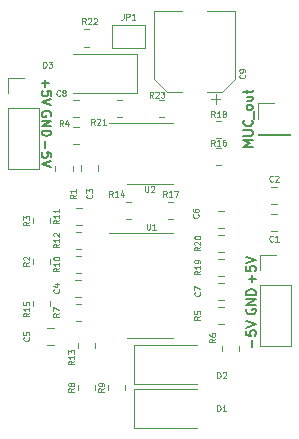
<source format=gbr>
%TF.GenerationSoftware,KiCad,Pcbnew,(6.0.1)*%
%TF.CreationDate,2022-02-11T13:32:31+08:00*%
%TF.ProjectId,OpenEMG_SMD_ver2.1,4f70656e-454d-4475-9f53-4d445f766572,rev?*%
%TF.SameCoordinates,PX6d01460PY54c81a0*%
%TF.FileFunction,Legend,Top*%
%TF.FilePolarity,Positive*%
%FSLAX46Y46*%
G04 Gerber Fmt 4.6, Leading zero omitted, Abs format (unit mm)*
G04 Created by KiCad (PCBNEW (6.0.1)) date 2022-02-11 13:32:31*
%MOMM*%
%LPD*%
G01*
G04 APERTURE LIST*
%ADD10C,0.150000*%
%ADD11C,0.200000*%
%ADD12C,0.125000*%
%ADD13C,0.120000*%
G04 APERTURE END LIST*
D10*
X21393142Y13703429D02*
X21393142Y14312953D01*
X21697904Y14008191D02*
X21088380Y14008191D01*
X20897904Y15074858D02*
X20897904Y14693905D01*
X21278857Y14655810D01*
X21240761Y14693905D01*
X21202666Y14770096D01*
X21202666Y14960572D01*
X21240761Y15036762D01*
X21278857Y15074858D01*
X21355047Y15112953D01*
X21545523Y15112953D01*
X21621714Y15074858D01*
X21659809Y15036762D01*
X21697904Y14960572D01*
X21697904Y14770096D01*
X21659809Y14693905D01*
X21621714Y14655810D01*
X20897904Y15341524D02*
X21697904Y15608191D01*
X20897904Y15874858D01*
D11*
X21443904Y25216143D02*
X20643904Y25216143D01*
X21215333Y25482810D01*
X20643904Y25749477D01*
X21443904Y25749477D01*
X20643904Y26130429D02*
X21291523Y26130429D01*
X21367714Y26168524D01*
X21405809Y26206620D01*
X21443904Y26282810D01*
X21443904Y26435191D01*
X21405809Y26511381D01*
X21367714Y26549477D01*
X21291523Y26587572D01*
X20643904Y26587572D01*
X21367714Y27425667D02*
X21405809Y27387572D01*
X21443904Y27273286D01*
X21443904Y27197096D01*
X21405809Y27082810D01*
X21329619Y27006620D01*
X21253428Y26968524D01*
X21101047Y26930429D01*
X20986761Y26930429D01*
X20834380Y26968524D01*
X20758190Y27006620D01*
X20682000Y27082810D01*
X20643904Y27197096D01*
X20643904Y27273286D01*
X20682000Y27387572D01*
X20720095Y27425667D01*
X21520095Y27578048D02*
X21520095Y28187572D01*
X21443904Y28492334D02*
X21405809Y28416143D01*
X21367714Y28378048D01*
X21291523Y28339953D01*
X21062952Y28339953D01*
X20986761Y28378048D01*
X20948666Y28416143D01*
X20910571Y28492334D01*
X20910571Y28606620D01*
X20948666Y28682810D01*
X20986761Y28720905D01*
X21062952Y28759000D01*
X21291523Y28759000D01*
X21367714Y28720905D01*
X21405809Y28682810D01*
X21443904Y28606620D01*
X21443904Y28492334D01*
X20910571Y29444715D02*
X21443904Y29444715D01*
X20910571Y29101858D02*
X21329619Y29101858D01*
X21405809Y29139953D01*
X21443904Y29216143D01*
X21443904Y29330429D01*
X21405809Y29406620D01*
X21367714Y29444715D01*
X20910571Y29711381D02*
X20910571Y30016143D01*
X20643904Y29825667D02*
X21329619Y29825667D01*
X21405809Y29863762D01*
X21443904Y29939953D01*
X21443904Y30016143D01*
D10*
X20936000Y11455477D02*
X20897904Y11379286D01*
X20897904Y11265000D01*
X20936000Y11150715D01*
X21012190Y11074524D01*
X21088380Y11036429D01*
X21240761Y10998334D01*
X21355047Y10998334D01*
X21507428Y11036429D01*
X21583619Y11074524D01*
X21659809Y11150715D01*
X21697904Y11265000D01*
X21697904Y11341191D01*
X21659809Y11455477D01*
X21621714Y11493572D01*
X21355047Y11493572D01*
X21355047Y11341191D01*
X21697904Y11836429D02*
X20897904Y11836429D01*
X21697904Y12293572D01*
X20897904Y12293572D01*
X21697904Y12674524D02*
X20897904Y12674524D01*
X20897904Y12865000D01*
X20936000Y12979286D01*
X21012190Y13055477D01*
X21088380Y13093572D01*
X21240761Y13131667D01*
X21355047Y13131667D01*
X21507428Y13093572D01*
X21583619Y13055477D01*
X21659809Y12979286D01*
X21697904Y12865000D01*
X21697904Y12674524D01*
X21393142Y8242429D02*
X21393142Y8851953D01*
X20897904Y9613858D02*
X20897904Y9232905D01*
X21278857Y9194810D01*
X21240761Y9232905D01*
X21202666Y9309096D01*
X21202666Y9499572D01*
X21240761Y9575762D01*
X21278857Y9613858D01*
X21355047Y9651953D01*
X21545523Y9651953D01*
X21621714Y9613858D01*
X21659809Y9575762D01*
X21697904Y9499572D01*
X21697904Y9309096D01*
X21659809Y9232905D01*
X21621714Y9194810D01*
X20897904Y9880524D02*
X21697904Y10147191D01*
X20897904Y10413858D01*
X3879857Y30873572D02*
X3879857Y30264048D01*
X3575095Y30568810D02*
X4184619Y30568810D01*
X4375095Y29502143D02*
X4375095Y29883096D01*
X3994142Y29921191D01*
X4032238Y29883096D01*
X4070333Y29806905D01*
X4070333Y29616429D01*
X4032238Y29540239D01*
X3994142Y29502143D01*
X3917952Y29464048D01*
X3727476Y29464048D01*
X3651285Y29502143D01*
X3613190Y29540239D01*
X3575095Y29616429D01*
X3575095Y29806905D01*
X3613190Y29883096D01*
X3651285Y29921191D01*
X4375095Y29235477D02*
X3575095Y28968810D01*
X4375095Y28702143D01*
X3879857Y25666572D02*
X3879857Y25057048D01*
X4375095Y24295143D02*
X4375095Y24676096D01*
X3994142Y24714191D01*
X4032238Y24676096D01*
X4070333Y24599905D01*
X4070333Y24409429D01*
X4032238Y24333239D01*
X3994142Y24295143D01*
X3917952Y24257048D01*
X3727476Y24257048D01*
X3651285Y24295143D01*
X3613190Y24333239D01*
X3575095Y24409429D01*
X3575095Y24599905D01*
X3613190Y24676096D01*
X3651285Y24714191D01*
X4375095Y24028477D02*
X3575095Y23761810D01*
X4375095Y23495143D01*
X4337000Y27787524D02*
X4375095Y27863715D01*
X4375095Y27978000D01*
X4337000Y28092286D01*
X4260809Y28168477D01*
X4184619Y28206572D01*
X4032238Y28244667D01*
X3917952Y28244667D01*
X3765571Y28206572D01*
X3689380Y28168477D01*
X3613190Y28092286D01*
X3575095Y27978000D01*
X3575095Y27901810D01*
X3613190Y27787524D01*
X3651285Y27749429D01*
X3917952Y27749429D01*
X3917952Y27901810D01*
X3575095Y27406572D02*
X4375095Y27406572D01*
X3575095Y26949429D01*
X4375095Y26949429D01*
X3575095Y26568477D02*
X4375095Y26568477D01*
X4375095Y26378000D01*
X4337000Y26263715D01*
X4260809Y26187524D01*
X4184619Y26149429D01*
X4032238Y26111334D01*
X3917952Y26111334D01*
X3765571Y26149429D01*
X3689380Y26187524D01*
X3613190Y26263715D01*
X3575095Y26378000D01*
X3575095Y26568477D01*
D12*
%TO.C,C9*%
X20752571Y31285667D02*
X20776380Y31261858D01*
X20800190Y31190429D01*
X20800190Y31142810D01*
X20776380Y31071381D01*
X20728761Y31023762D01*
X20681142Y30999953D01*
X20585904Y30976143D01*
X20514476Y30976143D01*
X20419238Y30999953D01*
X20371619Y31023762D01*
X20324000Y31071381D01*
X20300190Y31142810D01*
X20300190Y31190429D01*
X20324000Y31261858D01*
X20347809Y31285667D01*
X20800190Y31523762D02*
X20800190Y31619000D01*
X20776380Y31666620D01*
X20752571Y31690429D01*
X20681142Y31738048D01*
X20585904Y31761858D01*
X20395428Y31761858D01*
X20347809Y31738048D01*
X20324000Y31714239D01*
X20300190Y31666620D01*
X20300190Y31571381D01*
X20324000Y31523762D01*
X20347809Y31499953D01*
X20395428Y31476143D01*
X20514476Y31476143D01*
X20562095Y31499953D01*
X20585904Y31523762D01*
X20609714Y31571381D01*
X20609714Y31666620D01*
X20585904Y31714239D01*
X20562095Y31738048D01*
X20514476Y31761858D01*
%TO.C,R4*%
X5377666Y26951810D02*
X5211000Y27189905D01*
X5091952Y26951810D02*
X5091952Y27451810D01*
X5282428Y27451810D01*
X5330047Y27428000D01*
X5353857Y27404191D01*
X5377666Y27356572D01*
X5377666Y27285143D01*
X5353857Y27237524D01*
X5330047Y27213715D01*
X5282428Y27189905D01*
X5091952Y27189905D01*
X5806238Y27285143D02*
X5806238Y26951810D01*
X5687190Y27475620D02*
X5568142Y27118477D01*
X5877666Y27118477D01*
%TO.C,C1*%
X23157666Y17220429D02*
X23133857Y17196620D01*
X23062428Y17172810D01*
X23014809Y17172810D01*
X22943380Y17196620D01*
X22895761Y17244239D01*
X22871952Y17291858D01*
X22848142Y17387096D01*
X22848142Y17458524D01*
X22871952Y17553762D01*
X22895761Y17601381D01*
X22943380Y17649000D01*
X23014809Y17672810D01*
X23062428Y17672810D01*
X23133857Y17649000D01*
X23157666Y17625191D01*
X23633857Y17172810D02*
X23348142Y17172810D01*
X23491000Y17172810D02*
X23491000Y17672810D01*
X23443380Y17601381D01*
X23395761Y17553762D01*
X23348142Y17529953D01*
%TO.C,R2*%
X2512190Y15410667D02*
X2274095Y15244000D01*
X2512190Y15124953D02*
X2012190Y15124953D01*
X2012190Y15315429D01*
X2036000Y15363048D01*
X2059809Y15386858D01*
X2107428Y15410667D01*
X2178857Y15410667D01*
X2226476Y15386858D01*
X2250285Y15363048D01*
X2274095Y15315429D01*
X2274095Y15124953D01*
X2059809Y15601143D02*
X2036000Y15624953D01*
X2012190Y15672572D01*
X2012190Y15791620D01*
X2036000Y15839239D01*
X2059809Y15863048D01*
X2107428Y15886858D01*
X2155047Y15886858D01*
X2226476Y15863048D01*
X2512190Y15577334D01*
X2512190Y15886858D01*
%TO.C,D3*%
X3694952Y31904810D02*
X3694952Y32404810D01*
X3814000Y32404810D01*
X3885428Y32381000D01*
X3933047Y32333381D01*
X3956857Y32285762D01*
X3980666Y32190524D01*
X3980666Y32119096D01*
X3956857Y32023858D01*
X3933047Y31976239D01*
X3885428Y31928620D01*
X3814000Y31904810D01*
X3694952Y31904810D01*
X4147333Y32404810D02*
X4456857Y32404810D01*
X4290190Y32214334D01*
X4361619Y32214334D01*
X4409238Y32190524D01*
X4433047Y32166715D01*
X4456857Y32119096D01*
X4456857Y32000048D01*
X4433047Y31952429D01*
X4409238Y31928620D01*
X4361619Y31904810D01*
X4218761Y31904810D01*
X4171142Y31928620D01*
X4147333Y31952429D01*
%TO.C,R12*%
X5052190Y16950572D02*
X4814095Y16783905D01*
X5052190Y16664858D02*
X4552190Y16664858D01*
X4552190Y16855334D01*
X4576000Y16902953D01*
X4599809Y16926762D01*
X4647428Y16950572D01*
X4718857Y16950572D01*
X4766476Y16926762D01*
X4790285Y16902953D01*
X4814095Y16855334D01*
X4814095Y16664858D01*
X5052190Y17426762D02*
X5052190Y17141048D01*
X5052190Y17283905D02*
X4552190Y17283905D01*
X4623619Y17236286D01*
X4671238Y17188667D01*
X4695047Y17141048D01*
X4599809Y17617239D02*
X4576000Y17641048D01*
X4552190Y17688667D01*
X4552190Y17807715D01*
X4576000Y17855334D01*
X4599809Y17879143D01*
X4647428Y17902953D01*
X4695047Y17902953D01*
X4766476Y17879143D01*
X5052190Y17593429D01*
X5052190Y17902953D01*
%TO.C,U1*%
X12446047Y18688810D02*
X12446047Y18284048D01*
X12469857Y18236429D01*
X12493666Y18212620D01*
X12541285Y18188810D01*
X12636523Y18188810D01*
X12684142Y18212620D01*
X12707952Y18236429D01*
X12731761Y18284048D01*
X12731761Y18688810D01*
X13231761Y18188810D02*
X12946047Y18188810D01*
X13088904Y18188810D02*
X13088904Y18688810D01*
X13041285Y18617381D01*
X12993666Y18569762D01*
X12946047Y18545953D01*
%TO.C,R23*%
X13013571Y29364810D02*
X12846904Y29602905D01*
X12727857Y29364810D02*
X12727857Y29864810D01*
X12918333Y29864810D01*
X12965952Y29841000D01*
X12989761Y29817191D01*
X13013571Y29769572D01*
X13013571Y29698143D01*
X12989761Y29650524D01*
X12965952Y29626715D01*
X12918333Y29602905D01*
X12727857Y29602905D01*
X13204047Y29817191D02*
X13227857Y29841000D01*
X13275476Y29864810D01*
X13394523Y29864810D01*
X13442142Y29841000D01*
X13465952Y29817191D01*
X13489761Y29769572D01*
X13489761Y29721953D01*
X13465952Y29650524D01*
X13180238Y29364810D01*
X13489761Y29364810D01*
X13656428Y29864810D02*
X13965952Y29864810D01*
X13799285Y29674334D01*
X13870714Y29674334D01*
X13918333Y29650524D01*
X13942142Y29626715D01*
X13965952Y29579096D01*
X13965952Y29460048D01*
X13942142Y29412429D01*
X13918333Y29388620D01*
X13870714Y29364810D01*
X13727857Y29364810D01*
X13680238Y29388620D01*
X13656428Y29412429D01*
%TO.C,R22*%
X7298571Y35587810D02*
X7131904Y35825905D01*
X7012857Y35587810D02*
X7012857Y36087810D01*
X7203333Y36087810D01*
X7250952Y36064000D01*
X7274761Y36040191D01*
X7298571Y35992572D01*
X7298571Y35921143D01*
X7274761Y35873524D01*
X7250952Y35849715D01*
X7203333Y35825905D01*
X7012857Y35825905D01*
X7489047Y36040191D02*
X7512857Y36064000D01*
X7560476Y36087810D01*
X7679523Y36087810D01*
X7727142Y36064000D01*
X7750952Y36040191D01*
X7774761Y35992572D01*
X7774761Y35944953D01*
X7750952Y35873524D01*
X7465238Y35587810D01*
X7774761Y35587810D01*
X7965238Y36040191D02*
X7989047Y36064000D01*
X8036666Y36087810D01*
X8155714Y36087810D01*
X8203333Y36064000D01*
X8227142Y36040191D01*
X8250952Y35992572D01*
X8250952Y35944953D01*
X8227142Y35873524D01*
X7941428Y35587810D01*
X8250952Y35587810D01*
%TO.C,R10*%
X5052190Y14918572D02*
X4814095Y14751905D01*
X5052190Y14632858D02*
X4552190Y14632858D01*
X4552190Y14823334D01*
X4576000Y14870953D01*
X4599809Y14894762D01*
X4647428Y14918572D01*
X4718857Y14918572D01*
X4766476Y14894762D01*
X4790285Y14870953D01*
X4814095Y14823334D01*
X4814095Y14632858D01*
X5052190Y15394762D02*
X5052190Y15109048D01*
X5052190Y15251905D02*
X4552190Y15251905D01*
X4623619Y15204286D01*
X4671238Y15156667D01*
X4695047Y15109048D01*
X4552190Y15704286D02*
X4552190Y15751905D01*
X4576000Y15799524D01*
X4599809Y15823334D01*
X4647428Y15847143D01*
X4742666Y15870953D01*
X4861714Y15870953D01*
X4956952Y15847143D01*
X5004571Y15823334D01*
X5028380Y15799524D01*
X5052190Y15751905D01*
X5052190Y15704286D01*
X5028380Y15656667D01*
X5004571Y15632858D01*
X4956952Y15609048D01*
X4861714Y15585239D01*
X4742666Y15585239D01*
X4647428Y15609048D01*
X4599809Y15632858D01*
X4576000Y15656667D01*
X4552190Y15704286D01*
%TO.C,R7*%
X5052190Y11092667D02*
X4814095Y10926000D01*
X5052190Y10806953D02*
X4552190Y10806953D01*
X4552190Y10997429D01*
X4576000Y11045048D01*
X4599809Y11068858D01*
X4647428Y11092667D01*
X4718857Y11092667D01*
X4766476Y11068858D01*
X4790285Y11045048D01*
X4814095Y10997429D01*
X4814095Y10806953D01*
X4552190Y11259334D02*
X4552190Y11592667D01*
X5052190Y11378381D01*
%TO.C,C8*%
X5123666Y29539429D02*
X5099857Y29515620D01*
X5028428Y29491810D01*
X4980809Y29491810D01*
X4909380Y29515620D01*
X4861761Y29563239D01*
X4837952Y29610858D01*
X4814142Y29706096D01*
X4814142Y29777524D01*
X4837952Y29872762D01*
X4861761Y29920381D01*
X4909380Y29968000D01*
X4980809Y29991810D01*
X5028428Y29991810D01*
X5099857Y29968000D01*
X5123666Y29944191D01*
X5409380Y29777524D02*
X5361761Y29801334D01*
X5337952Y29825143D01*
X5314142Y29872762D01*
X5314142Y29896572D01*
X5337952Y29944191D01*
X5361761Y29968000D01*
X5409380Y29991810D01*
X5504619Y29991810D01*
X5552238Y29968000D01*
X5576047Y29944191D01*
X5599857Y29896572D01*
X5599857Y29872762D01*
X5576047Y29825143D01*
X5552238Y29801334D01*
X5504619Y29777524D01*
X5409380Y29777524D01*
X5361761Y29753715D01*
X5337952Y29729905D01*
X5314142Y29682286D01*
X5314142Y29587048D01*
X5337952Y29539429D01*
X5361761Y29515620D01*
X5409380Y29491810D01*
X5504619Y29491810D01*
X5552238Y29515620D01*
X5576047Y29539429D01*
X5599857Y29587048D01*
X5599857Y29682286D01*
X5576047Y29729905D01*
X5552238Y29753715D01*
X5504619Y29777524D01*
%TO.C,R15*%
X2512190Y11108572D02*
X2274095Y10941905D01*
X2512190Y10822858D02*
X2012190Y10822858D01*
X2012190Y11013334D01*
X2036000Y11060953D01*
X2059809Y11084762D01*
X2107428Y11108572D01*
X2178857Y11108572D01*
X2226476Y11084762D01*
X2250285Y11060953D01*
X2274095Y11013334D01*
X2274095Y10822858D01*
X2512190Y11584762D02*
X2512190Y11299048D01*
X2512190Y11441905D02*
X2012190Y11441905D01*
X2083619Y11394286D01*
X2131238Y11346667D01*
X2155047Y11299048D01*
X2012190Y12037143D02*
X2012190Y11799048D01*
X2250285Y11775239D01*
X2226476Y11799048D01*
X2202666Y11846667D01*
X2202666Y11965715D01*
X2226476Y12013334D01*
X2250285Y12037143D01*
X2297904Y12060953D01*
X2416952Y12060953D01*
X2464571Y12037143D01*
X2488380Y12013334D01*
X2512190Y11965715D01*
X2512190Y11846667D01*
X2488380Y11799048D01*
X2464571Y11775239D01*
%TO.C,C6*%
X16815571Y19474667D02*
X16839380Y19450858D01*
X16863190Y19379429D01*
X16863190Y19331810D01*
X16839380Y19260381D01*
X16791761Y19212762D01*
X16744142Y19188953D01*
X16648904Y19165143D01*
X16577476Y19165143D01*
X16482238Y19188953D01*
X16434619Y19212762D01*
X16387000Y19260381D01*
X16363190Y19331810D01*
X16363190Y19379429D01*
X16387000Y19450858D01*
X16410809Y19474667D01*
X16363190Y19903239D02*
X16363190Y19808000D01*
X16387000Y19760381D01*
X16410809Y19736572D01*
X16482238Y19688953D01*
X16577476Y19665143D01*
X16767952Y19665143D01*
X16815571Y19688953D01*
X16839380Y19712762D01*
X16863190Y19760381D01*
X16863190Y19855620D01*
X16839380Y19903239D01*
X16815571Y19927048D01*
X16767952Y19950858D01*
X16648904Y19950858D01*
X16601285Y19927048D01*
X16577476Y19903239D01*
X16553666Y19855620D01*
X16553666Y19760381D01*
X16577476Y19712762D01*
X16601285Y19688953D01*
X16648904Y19665143D01*
%TO.C,R11*%
X5052190Y18982572D02*
X4814095Y18815905D01*
X5052190Y18696858D02*
X4552190Y18696858D01*
X4552190Y18887334D01*
X4576000Y18934953D01*
X4599809Y18958762D01*
X4647428Y18982572D01*
X4718857Y18982572D01*
X4766476Y18958762D01*
X4790285Y18934953D01*
X4814095Y18887334D01*
X4814095Y18696858D01*
X5052190Y19458762D02*
X5052190Y19173048D01*
X5052190Y19315905D02*
X4552190Y19315905D01*
X4623619Y19268286D01*
X4671238Y19220667D01*
X4695047Y19173048D01*
X5052190Y19934953D02*
X5052190Y19649239D01*
X5052190Y19792096D02*
X4552190Y19792096D01*
X4623619Y19744477D01*
X4671238Y19696858D01*
X4695047Y19649239D01*
%TO.C,U2*%
X12319047Y21863810D02*
X12319047Y21459048D01*
X12342857Y21411429D01*
X12366666Y21387620D01*
X12414285Y21363810D01*
X12509523Y21363810D01*
X12557142Y21387620D01*
X12580952Y21411429D01*
X12604761Y21459048D01*
X12604761Y21863810D01*
X12819047Y21816191D02*
X12842857Y21840000D01*
X12890476Y21863810D01*
X13009523Y21863810D01*
X13057142Y21840000D01*
X13080952Y21816191D01*
X13104761Y21768572D01*
X13104761Y21720953D01*
X13080952Y21649524D01*
X12795238Y21363810D01*
X13104761Y21363810D01*
%TO.C,R1*%
X6449190Y21125667D02*
X6211095Y20959000D01*
X6449190Y20839953D02*
X5949190Y20839953D01*
X5949190Y21030429D01*
X5973000Y21078048D01*
X5996809Y21101858D01*
X6044428Y21125667D01*
X6115857Y21125667D01*
X6163476Y21101858D01*
X6187285Y21078048D01*
X6211095Y21030429D01*
X6211095Y20839953D01*
X6449190Y21601858D02*
X6449190Y21316143D01*
X6449190Y21459000D02*
X5949190Y21459000D01*
X6020619Y21411381D01*
X6068238Y21363762D01*
X6092047Y21316143D01*
%TO.C,R17*%
X14156571Y20982810D02*
X13989904Y21220905D01*
X13870857Y20982810D02*
X13870857Y21482810D01*
X14061333Y21482810D01*
X14108952Y21459000D01*
X14132761Y21435191D01*
X14156571Y21387572D01*
X14156571Y21316143D01*
X14132761Y21268524D01*
X14108952Y21244715D01*
X14061333Y21220905D01*
X13870857Y21220905D01*
X14632761Y20982810D02*
X14347047Y20982810D01*
X14489904Y20982810D02*
X14489904Y21482810D01*
X14442285Y21411381D01*
X14394666Y21363762D01*
X14347047Y21339953D01*
X14799428Y21482810D02*
X15132761Y21482810D01*
X14918476Y20982810D01*
%TO.C,D2*%
X18426952Y5615810D02*
X18426952Y6115810D01*
X18546000Y6115810D01*
X18617428Y6092000D01*
X18665047Y6044381D01*
X18688857Y5996762D01*
X18712666Y5901524D01*
X18712666Y5830096D01*
X18688857Y5734858D01*
X18665047Y5687239D01*
X18617428Y5639620D01*
X18546000Y5615810D01*
X18426952Y5615810D01*
X18903142Y6068191D02*
X18926952Y6092000D01*
X18974571Y6115810D01*
X19093619Y6115810D01*
X19141238Y6092000D01*
X19165047Y6068191D01*
X19188857Y6020572D01*
X19188857Y5972953D01*
X19165047Y5901524D01*
X18879333Y5615810D01*
X19188857Y5615810D01*
%TO.C,R6*%
X18260190Y8933667D02*
X18022095Y8767000D01*
X18260190Y8647953D02*
X17760190Y8647953D01*
X17760190Y8838429D01*
X17784000Y8886048D01*
X17807809Y8909858D01*
X17855428Y8933667D01*
X17926857Y8933667D01*
X17974476Y8909858D01*
X17998285Y8886048D01*
X18022095Y8838429D01*
X18022095Y8647953D01*
X17760190Y9362239D02*
X17760190Y9267000D01*
X17784000Y9219381D01*
X17807809Y9195572D01*
X17879238Y9147953D01*
X17974476Y9124143D01*
X18164952Y9124143D01*
X18212571Y9147953D01*
X18236380Y9171762D01*
X18260190Y9219381D01*
X18260190Y9314620D01*
X18236380Y9362239D01*
X18212571Y9386048D01*
X18164952Y9409858D01*
X18045904Y9409858D01*
X17998285Y9386048D01*
X17974476Y9362239D01*
X17950666Y9314620D01*
X17950666Y9219381D01*
X17974476Y9171762D01*
X17998285Y9147953D01*
X18045904Y9124143D01*
%TO.C,C2*%
X23157666Y22300429D02*
X23133857Y22276620D01*
X23062428Y22252810D01*
X23014809Y22252810D01*
X22943380Y22276620D01*
X22895761Y22324239D01*
X22871952Y22371858D01*
X22848142Y22467096D01*
X22848142Y22538524D01*
X22871952Y22633762D01*
X22895761Y22681381D01*
X22943380Y22729000D01*
X23014809Y22752810D01*
X23062428Y22752810D01*
X23133857Y22729000D01*
X23157666Y22705191D01*
X23348142Y22705191D02*
X23371952Y22729000D01*
X23419571Y22752810D01*
X23538619Y22752810D01*
X23586238Y22729000D01*
X23610047Y22705191D01*
X23633857Y22657572D01*
X23633857Y22609953D01*
X23610047Y22538524D01*
X23324333Y22252810D01*
X23633857Y22252810D01*
%TO.C,JP1*%
X10505333Y36468810D02*
X10505333Y36111667D01*
X10481523Y36040239D01*
X10433904Y35992620D01*
X10362476Y35968810D01*
X10314857Y35968810D01*
X10743428Y35968810D02*
X10743428Y36468810D01*
X10933904Y36468810D01*
X10981523Y36445000D01*
X11005333Y36421191D01*
X11029142Y36373572D01*
X11029142Y36302143D01*
X11005333Y36254524D01*
X10981523Y36230715D01*
X10933904Y36206905D01*
X10743428Y36206905D01*
X11505333Y35968810D02*
X11219619Y35968810D01*
X11362476Y35968810D02*
X11362476Y36468810D01*
X11314857Y36397381D01*
X11267238Y36349762D01*
X11219619Y36325953D01*
%TO.C,C7*%
X16942571Y12870667D02*
X16966380Y12846858D01*
X16990190Y12775429D01*
X16990190Y12727810D01*
X16966380Y12656381D01*
X16918761Y12608762D01*
X16871142Y12584953D01*
X16775904Y12561143D01*
X16704476Y12561143D01*
X16609238Y12584953D01*
X16561619Y12608762D01*
X16514000Y12656381D01*
X16490190Y12727810D01*
X16490190Y12775429D01*
X16514000Y12846858D01*
X16537809Y12870667D01*
X16490190Y13037334D02*
X16490190Y13370667D01*
X16990190Y13156381D01*
%TO.C,D1*%
X18426952Y2821810D02*
X18426952Y3321810D01*
X18546000Y3321810D01*
X18617428Y3298000D01*
X18665047Y3250381D01*
X18688857Y3202762D01*
X18712666Y3107524D01*
X18712666Y3036096D01*
X18688857Y2940858D01*
X18665047Y2893239D01*
X18617428Y2845620D01*
X18546000Y2821810D01*
X18426952Y2821810D01*
X19188857Y2821810D02*
X18903142Y2821810D01*
X19046000Y2821810D02*
X19046000Y3321810D01*
X18998380Y3250381D01*
X18950761Y3202762D01*
X18903142Y3178953D01*
%TO.C,R18*%
X18220571Y27713810D02*
X18053904Y27951905D01*
X17934857Y27713810D02*
X17934857Y28213810D01*
X18125333Y28213810D01*
X18172952Y28190000D01*
X18196761Y28166191D01*
X18220571Y28118572D01*
X18220571Y28047143D01*
X18196761Y27999524D01*
X18172952Y27975715D01*
X18125333Y27951905D01*
X17934857Y27951905D01*
X18696761Y27713810D02*
X18411047Y27713810D01*
X18553904Y27713810D02*
X18553904Y28213810D01*
X18506285Y28142381D01*
X18458666Y28094762D01*
X18411047Y28070953D01*
X18982476Y27999524D02*
X18934857Y28023334D01*
X18911047Y28047143D01*
X18887238Y28094762D01*
X18887238Y28118572D01*
X18911047Y28166191D01*
X18934857Y28190000D01*
X18982476Y28213810D01*
X19077714Y28213810D01*
X19125333Y28190000D01*
X19149142Y28166191D01*
X19172952Y28118572D01*
X19172952Y28094762D01*
X19149142Y28047143D01*
X19125333Y28023334D01*
X19077714Y27999524D01*
X18982476Y27999524D01*
X18934857Y27975715D01*
X18911047Y27951905D01*
X18887238Y27904286D01*
X18887238Y27809048D01*
X18911047Y27761429D01*
X18934857Y27737620D01*
X18982476Y27713810D01*
X19077714Y27713810D01*
X19125333Y27737620D01*
X19149142Y27761429D01*
X19172952Y27809048D01*
X19172952Y27904286D01*
X19149142Y27951905D01*
X19125333Y27975715D01*
X19077714Y27999524D01*
%TO.C,R13*%
X6322190Y7044572D02*
X6084095Y6877905D01*
X6322190Y6758858D02*
X5822190Y6758858D01*
X5822190Y6949334D01*
X5846000Y6996953D01*
X5869809Y7020762D01*
X5917428Y7044572D01*
X5988857Y7044572D01*
X6036476Y7020762D01*
X6060285Y6996953D01*
X6084095Y6949334D01*
X6084095Y6758858D01*
X6322190Y7520762D02*
X6322190Y7235048D01*
X6322190Y7377905D02*
X5822190Y7377905D01*
X5893619Y7330286D01*
X5941238Y7282667D01*
X5965047Y7235048D01*
X5822190Y7687429D02*
X5822190Y7996953D01*
X6012666Y7830286D01*
X6012666Y7901715D01*
X6036476Y7949334D01*
X6060285Y7973143D01*
X6107904Y7996953D01*
X6226952Y7996953D01*
X6274571Y7973143D01*
X6298380Y7949334D01*
X6322190Y7901715D01*
X6322190Y7758858D01*
X6298380Y7711239D01*
X6274571Y7687429D01*
%TO.C,R20*%
X16990190Y16696572D02*
X16752095Y16529905D01*
X16990190Y16410858D02*
X16490190Y16410858D01*
X16490190Y16601334D01*
X16514000Y16648953D01*
X16537809Y16672762D01*
X16585428Y16696572D01*
X16656857Y16696572D01*
X16704476Y16672762D01*
X16728285Y16648953D01*
X16752095Y16601334D01*
X16752095Y16410858D01*
X16537809Y16887048D02*
X16514000Y16910858D01*
X16490190Y16958477D01*
X16490190Y17077524D01*
X16514000Y17125143D01*
X16537809Y17148953D01*
X16585428Y17172762D01*
X16633047Y17172762D01*
X16704476Y17148953D01*
X16990190Y16863239D01*
X16990190Y17172762D01*
X16490190Y17482286D02*
X16490190Y17529905D01*
X16514000Y17577524D01*
X16537809Y17601334D01*
X16585428Y17625143D01*
X16680666Y17648953D01*
X16799714Y17648953D01*
X16894952Y17625143D01*
X16942571Y17601334D01*
X16966380Y17577524D01*
X16990190Y17529905D01*
X16990190Y17482286D01*
X16966380Y17434667D01*
X16942571Y17410858D01*
X16894952Y17387048D01*
X16799714Y17363239D01*
X16680666Y17363239D01*
X16585428Y17387048D01*
X16537809Y17410858D01*
X16514000Y17434667D01*
X16490190Y17482286D01*
%TO.C,R9*%
X8862190Y4742667D02*
X8624095Y4576000D01*
X8862190Y4456953D02*
X8362190Y4456953D01*
X8362190Y4647429D01*
X8386000Y4695048D01*
X8409809Y4718858D01*
X8457428Y4742667D01*
X8528857Y4742667D01*
X8576476Y4718858D01*
X8600285Y4695048D01*
X8624095Y4647429D01*
X8624095Y4456953D01*
X8862190Y4980762D02*
X8862190Y5076000D01*
X8838380Y5123620D01*
X8814571Y5147429D01*
X8743142Y5195048D01*
X8647904Y5218858D01*
X8457428Y5218858D01*
X8409809Y5195048D01*
X8386000Y5171239D01*
X8362190Y5123620D01*
X8362190Y5028381D01*
X8386000Y4980762D01*
X8409809Y4956953D01*
X8457428Y4933143D01*
X8576476Y4933143D01*
X8624095Y4956953D01*
X8647904Y4980762D01*
X8671714Y5028381D01*
X8671714Y5123620D01*
X8647904Y5171239D01*
X8624095Y5195048D01*
X8576476Y5218858D01*
%TO.C,R8*%
X6322190Y4742667D02*
X6084095Y4576000D01*
X6322190Y4456953D02*
X5822190Y4456953D01*
X5822190Y4647429D01*
X5846000Y4695048D01*
X5869809Y4718858D01*
X5917428Y4742667D01*
X5988857Y4742667D01*
X6036476Y4718858D01*
X6060285Y4695048D01*
X6084095Y4647429D01*
X6084095Y4456953D01*
X6036476Y5028381D02*
X6012666Y4980762D01*
X5988857Y4956953D01*
X5941238Y4933143D01*
X5917428Y4933143D01*
X5869809Y4956953D01*
X5846000Y4980762D01*
X5822190Y5028381D01*
X5822190Y5123620D01*
X5846000Y5171239D01*
X5869809Y5195048D01*
X5917428Y5218858D01*
X5941238Y5218858D01*
X5988857Y5195048D01*
X6012666Y5171239D01*
X6036476Y5123620D01*
X6036476Y5028381D01*
X6060285Y4980762D01*
X6084095Y4956953D01*
X6131714Y4933143D01*
X6226952Y4933143D01*
X6274571Y4956953D01*
X6298380Y4980762D01*
X6322190Y5028381D01*
X6322190Y5123620D01*
X6298380Y5171239D01*
X6274571Y5195048D01*
X6226952Y5218858D01*
X6131714Y5218858D01*
X6084095Y5195048D01*
X6060285Y5171239D01*
X6036476Y5123620D01*
%TO.C,C4*%
X5004571Y13124667D02*
X5028380Y13100858D01*
X5052190Y13029429D01*
X5052190Y12981810D01*
X5028380Y12910381D01*
X4980761Y12862762D01*
X4933142Y12838953D01*
X4837904Y12815143D01*
X4766476Y12815143D01*
X4671238Y12838953D01*
X4623619Y12862762D01*
X4576000Y12910381D01*
X4552190Y12981810D01*
X4552190Y13029429D01*
X4576000Y13100858D01*
X4599809Y13124667D01*
X4718857Y13553239D02*
X5052190Y13553239D01*
X4528380Y13434191D02*
X4885523Y13315143D01*
X4885523Y13624667D01*
%TO.C,C5*%
X2464571Y9060667D02*
X2488380Y9036858D01*
X2512190Y8965429D01*
X2512190Y8917810D01*
X2488380Y8846381D01*
X2440761Y8798762D01*
X2393142Y8774953D01*
X2297904Y8751143D01*
X2226476Y8751143D01*
X2131238Y8774953D01*
X2083619Y8798762D01*
X2036000Y8846381D01*
X2012190Y8917810D01*
X2012190Y8965429D01*
X2036000Y9036858D01*
X2059809Y9060667D01*
X2012190Y9513048D02*
X2012190Y9274953D01*
X2250285Y9251143D01*
X2226476Y9274953D01*
X2202666Y9322572D01*
X2202666Y9441620D01*
X2226476Y9489239D01*
X2250285Y9513048D01*
X2297904Y9536858D01*
X2416952Y9536858D01*
X2464571Y9513048D01*
X2488380Y9489239D01*
X2512190Y9441620D01*
X2512190Y9322572D01*
X2488380Y9274953D01*
X2464571Y9251143D01*
%TO.C,R16*%
X18220571Y25300810D02*
X18053904Y25538905D01*
X17934857Y25300810D02*
X17934857Y25800810D01*
X18125333Y25800810D01*
X18172952Y25777000D01*
X18196761Y25753191D01*
X18220571Y25705572D01*
X18220571Y25634143D01*
X18196761Y25586524D01*
X18172952Y25562715D01*
X18125333Y25538905D01*
X17934857Y25538905D01*
X18696761Y25300810D02*
X18411047Y25300810D01*
X18553904Y25300810D02*
X18553904Y25800810D01*
X18506285Y25729381D01*
X18458666Y25681762D01*
X18411047Y25657953D01*
X19125333Y25800810D02*
X19030095Y25800810D01*
X18982476Y25777000D01*
X18958666Y25753191D01*
X18911047Y25681762D01*
X18887238Y25586524D01*
X18887238Y25396048D01*
X18911047Y25348429D01*
X18934857Y25324620D01*
X18982476Y25300810D01*
X19077714Y25300810D01*
X19125333Y25324620D01*
X19149142Y25348429D01*
X19172952Y25396048D01*
X19172952Y25515096D01*
X19149142Y25562715D01*
X19125333Y25586524D01*
X19077714Y25610334D01*
X18982476Y25610334D01*
X18934857Y25586524D01*
X18911047Y25562715D01*
X18887238Y25515096D01*
%TO.C,R3*%
X2512190Y18863167D02*
X2274095Y18696500D01*
X2512190Y18577453D02*
X2012190Y18577453D01*
X2012190Y18767929D01*
X2036000Y18815548D01*
X2059809Y18839358D01*
X2107428Y18863167D01*
X2178857Y18863167D01*
X2226476Y18839358D01*
X2250285Y18815548D01*
X2274095Y18767929D01*
X2274095Y18577453D01*
X2012190Y19029834D02*
X2012190Y19339358D01*
X2202666Y19172691D01*
X2202666Y19244120D01*
X2226476Y19291739D01*
X2250285Y19315548D01*
X2297904Y19339358D01*
X2416952Y19339358D01*
X2464571Y19315548D01*
X2488380Y19291739D01*
X2512190Y19244120D01*
X2512190Y19101262D01*
X2488380Y19053643D01*
X2464571Y19029834D01*
%TO.C,C3*%
X7798571Y21125667D02*
X7822380Y21101858D01*
X7846190Y21030429D01*
X7846190Y20982810D01*
X7822380Y20911381D01*
X7774761Y20863762D01*
X7727142Y20839953D01*
X7631904Y20816143D01*
X7560476Y20816143D01*
X7465238Y20839953D01*
X7417619Y20863762D01*
X7370000Y20911381D01*
X7346190Y20982810D01*
X7346190Y21030429D01*
X7370000Y21101858D01*
X7393809Y21125667D01*
X7346190Y21292334D02*
X7346190Y21601858D01*
X7536666Y21435191D01*
X7536666Y21506620D01*
X7560476Y21554239D01*
X7584285Y21578048D01*
X7631904Y21601858D01*
X7750952Y21601858D01*
X7798571Y21578048D01*
X7822380Y21554239D01*
X7846190Y21506620D01*
X7846190Y21363762D01*
X7822380Y21316143D01*
X7798571Y21292334D01*
%TO.C,R19*%
X16990190Y14664572D02*
X16752095Y14497905D01*
X16990190Y14378858D02*
X16490190Y14378858D01*
X16490190Y14569334D01*
X16514000Y14616953D01*
X16537809Y14640762D01*
X16585428Y14664572D01*
X16656857Y14664572D01*
X16704476Y14640762D01*
X16728285Y14616953D01*
X16752095Y14569334D01*
X16752095Y14378858D01*
X16990190Y15140762D02*
X16990190Y14855048D01*
X16990190Y14997905D02*
X16490190Y14997905D01*
X16561619Y14950286D01*
X16609238Y14902667D01*
X16633047Y14855048D01*
X16990190Y15378858D02*
X16990190Y15474096D01*
X16966380Y15521715D01*
X16942571Y15545524D01*
X16871142Y15593143D01*
X16775904Y15616953D01*
X16585428Y15616953D01*
X16537809Y15593143D01*
X16514000Y15569334D01*
X16490190Y15521715D01*
X16490190Y15426477D01*
X16514000Y15378858D01*
X16537809Y15355048D01*
X16585428Y15331239D01*
X16704476Y15331239D01*
X16752095Y15355048D01*
X16775904Y15378858D01*
X16799714Y15426477D01*
X16799714Y15521715D01*
X16775904Y15569334D01*
X16752095Y15593143D01*
X16704476Y15616953D01*
%TO.C,R14*%
X9584571Y20982810D02*
X9417904Y21220905D01*
X9298857Y20982810D02*
X9298857Y21482810D01*
X9489333Y21482810D01*
X9536952Y21459000D01*
X9560761Y21435191D01*
X9584571Y21387572D01*
X9584571Y21316143D01*
X9560761Y21268524D01*
X9536952Y21244715D01*
X9489333Y21220905D01*
X9298857Y21220905D01*
X10060761Y20982810D02*
X9775047Y20982810D01*
X9917904Y20982810D02*
X9917904Y21482810D01*
X9870285Y21411381D01*
X9822666Y21363762D01*
X9775047Y21339953D01*
X10489333Y21316143D02*
X10489333Y20982810D01*
X10370285Y21506620D02*
X10251238Y21149477D01*
X10560761Y21149477D01*
%TO.C,R5*%
X16990190Y10838667D02*
X16752095Y10672000D01*
X16990190Y10552953D02*
X16490190Y10552953D01*
X16490190Y10743429D01*
X16514000Y10791048D01*
X16537809Y10814858D01*
X16585428Y10838667D01*
X16656857Y10838667D01*
X16704476Y10814858D01*
X16728285Y10791048D01*
X16752095Y10743429D01*
X16752095Y10552953D01*
X16490190Y11291048D02*
X16490190Y11052953D01*
X16728285Y11029143D01*
X16704476Y11052953D01*
X16680666Y11100572D01*
X16680666Y11219620D01*
X16704476Y11267239D01*
X16728285Y11291048D01*
X16775904Y11314858D01*
X16894952Y11314858D01*
X16942571Y11291048D01*
X16966380Y11267239D01*
X16990190Y11219620D01*
X16990190Y11100572D01*
X16966380Y11052953D01*
X16942571Y11029143D01*
%TO.C,R21*%
X8060571Y27078810D02*
X7893904Y27316905D01*
X7774857Y27078810D02*
X7774857Y27578810D01*
X7965333Y27578810D01*
X8012952Y27555000D01*
X8036761Y27531191D01*
X8060571Y27483572D01*
X8060571Y27412143D01*
X8036761Y27364524D01*
X8012952Y27340715D01*
X7965333Y27316905D01*
X7774857Y27316905D01*
X8251047Y27531191D02*
X8274857Y27555000D01*
X8322476Y27578810D01*
X8441523Y27578810D01*
X8489142Y27555000D01*
X8512952Y27531191D01*
X8536761Y27483572D01*
X8536761Y27435953D01*
X8512952Y27364524D01*
X8227238Y27078810D01*
X8536761Y27078810D01*
X9012952Y27078810D02*
X8727238Y27078810D01*
X8870095Y27078810D02*
X8870095Y27578810D01*
X8822476Y27507381D01*
X8774857Y27459762D01*
X8727238Y27435953D01*
D13*
%TO.C,C9*%
X13100000Y30928437D02*
X13100000Y36684000D01*
X18855563Y29864000D02*
X19920000Y30928437D01*
X13100000Y36684000D02*
X15450000Y36684000D01*
X18855563Y29864000D02*
X17570000Y29864000D01*
X14164437Y29864000D02*
X13100000Y30928437D01*
X19920000Y30928437D02*
X19920000Y36684000D01*
X18288000Y28836500D02*
X18288000Y29624000D01*
X17894250Y29230250D02*
X18681750Y29230250D01*
X14164437Y29864000D02*
X15450000Y29864000D01*
X19920000Y36684000D02*
X17570000Y36684000D01*
%TO.C,R4*%
X6704064Y25427000D02*
X6249936Y25427000D01*
X6704064Y26897000D02*
X6249936Y26897000D01*
%TO.C,J1*%
X3362000Y28448000D02*
X3362000Y23308000D01*
X702000Y28448000D02*
X3362000Y28448000D01*
X702000Y31048000D02*
X2032000Y31048000D01*
X702000Y29718000D02*
X702000Y31048000D01*
X702000Y23308000D02*
X3362000Y23308000D01*
X702000Y28448000D02*
X702000Y23308000D01*
%TO.C,C1*%
X23502252Y19531000D02*
X22979748Y19531000D01*
X23502252Y18061000D02*
X22979748Y18061000D01*
%TO.C,R2*%
X4291000Y15266936D02*
X4291000Y15721064D01*
X2821000Y15266936D02*
X2821000Y15721064D01*
%TO.C,D3*%
X6233200Y33020000D02*
X11633200Y33020000D01*
X6233200Y29720000D02*
X11633200Y29720000D01*
X11633200Y33020000D02*
X11633200Y29720000D01*
%TO.C,R12*%
X6442936Y18007000D02*
X6897064Y18007000D01*
X6442936Y16537000D02*
X6897064Y16537000D01*
%TO.C,U1*%
X12700000Y9027000D02*
X14650000Y9027000D01*
X12700000Y17897000D02*
X9250000Y17897000D01*
X12700000Y17897000D02*
X14650000Y17897000D01*
X12700000Y9027000D02*
X10750000Y9027000D01*
%TO.C,R23*%
X13488936Y29183000D02*
X13943064Y29183000D01*
X13488936Y27713000D02*
X13943064Y27713000D01*
%TO.C,R22*%
X7138936Y33682000D02*
X7593064Y33682000D01*
X7138936Y35152000D02*
X7593064Y35152000D01*
%TO.C,R10*%
X6897064Y15975000D02*
X6442936Y15975000D01*
X6897064Y14505000D02*
X6442936Y14505000D01*
%TO.C,J3*%
X21911000Y28889000D02*
X23241000Y28889000D01*
X21911000Y26289000D02*
X21911000Y26229000D01*
X21911000Y27559000D02*
X21911000Y28889000D01*
X21911000Y26229000D02*
X24571000Y26229000D01*
X24571000Y26289000D02*
X24571000Y26229000D01*
X21911000Y26289000D02*
X24571000Y26289000D01*
%TO.C,R7*%
X6897064Y10441000D02*
X6442936Y10441000D01*
X6897064Y11911000D02*
X6442936Y11911000D01*
%TO.C,C8*%
X6215748Y29183000D02*
X6738252Y29183000D01*
X6215748Y27713000D02*
X6738252Y27713000D01*
%TO.C,R15*%
X4291000Y11710936D02*
X4291000Y12165064D01*
X2821000Y11710936D02*
X2821000Y12165064D01*
%TO.C,C6*%
X18488748Y18315000D02*
X19011252Y18315000D01*
X18488748Y19785000D02*
X19011252Y19785000D01*
%TO.C,R11*%
X6503936Y18569000D02*
X6958064Y18569000D01*
X6503936Y20039000D02*
X6958064Y20039000D01*
%TO.C,U2*%
X12700000Y27198000D02*
X14650000Y27198000D01*
X12700000Y22078000D02*
X14650000Y22078000D01*
X12700000Y22078000D02*
X10750000Y22078000D01*
X12700000Y27198000D02*
X9250000Y27198000D01*
%TO.C,R1*%
X4726000Y23140936D02*
X4726000Y23595064D01*
X6196000Y23140936D02*
X6196000Y23595064D01*
%TO.C,R17*%
X14250936Y19077000D02*
X14705064Y19077000D01*
X14250936Y20547000D02*
X14705064Y20547000D01*
%TO.C,D2*%
X11353800Y5080000D02*
X11353800Y8380000D01*
X16753800Y5080000D02*
X11353800Y5080000D01*
X16753800Y8380000D02*
X11353800Y8380000D01*
%TO.C,R6*%
X18823000Y8355064D02*
X18823000Y7900936D01*
X20293000Y8355064D02*
X20293000Y7900936D01*
%TO.C,C2*%
X23502252Y20347000D02*
X22979748Y20347000D01*
X23502252Y21817000D02*
X22979748Y21817000D01*
%TO.C,JP1*%
X9522000Y33544000D02*
X9522000Y35544000D01*
X12322000Y33544000D02*
X9522000Y33544000D01*
X12322000Y35544000D02*
X12322000Y33544000D01*
X9522000Y35544000D02*
X12322000Y35544000D01*
%TO.C,C7*%
X18488748Y13689000D02*
X19011252Y13689000D01*
X18488748Y12219000D02*
X19011252Y12219000D01*
%TO.C,D1*%
X16753800Y4697000D02*
X11353800Y4697000D01*
X11353800Y1397000D02*
X11353800Y4697000D01*
X16753800Y1397000D02*
X11353800Y1397000D01*
%TO.C,R18*%
X18769064Y27405000D02*
X18314936Y27405000D01*
X18769064Y25935000D02*
X18314936Y25935000D01*
%TO.C,R13*%
X8101000Y8154936D02*
X8101000Y8609064D01*
X6631000Y8154936D02*
X6631000Y8609064D01*
%TO.C,J2*%
X22038000Y13462000D02*
X24698000Y13462000D01*
X22038000Y14732000D02*
X22038000Y16062000D01*
X22038000Y8322000D02*
X24698000Y8322000D01*
X22038000Y16062000D02*
X23368000Y16062000D01*
X24698000Y13462000D02*
X24698000Y8322000D01*
X22038000Y13462000D02*
X22038000Y8322000D01*
%TO.C,R20*%
X18522936Y16283000D02*
X18977064Y16283000D01*
X18522936Y17753000D02*
X18977064Y17753000D01*
%TO.C,R9*%
X10641000Y4598936D02*
X10641000Y5053064D01*
X9171000Y4598936D02*
X9171000Y5053064D01*
%TO.C,R8*%
X8101000Y4598936D02*
X8101000Y5053064D01*
X6631000Y4598936D02*
X6631000Y5053064D01*
%TO.C,C4*%
X6408748Y13943000D02*
X6931252Y13943000D01*
X6408748Y12473000D02*
X6931252Y12473000D01*
%TO.C,C5*%
X4056748Y8409000D02*
X4579252Y8409000D01*
X4056748Y9879000D02*
X4579252Y9879000D01*
%TO.C,R16*%
X18314936Y23649000D02*
X18769064Y23649000D01*
X18314936Y25119000D02*
X18769064Y25119000D01*
%TO.C,R3*%
X2821000Y18719436D02*
X2821000Y19173564D01*
X4291000Y18719436D02*
X4291000Y19173564D01*
%TO.C,C3*%
X8355000Y23106748D02*
X8355000Y23629252D01*
X6885000Y23106748D02*
X6885000Y23629252D01*
%TO.C,R19*%
X18522936Y14251000D02*
X18977064Y14251000D01*
X18522936Y15721000D02*
X18977064Y15721000D01*
%TO.C,R14*%
X10694936Y20547000D02*
X11149064Y20547000D01*
X10694936Y19077000D02*
X11149064Y19077000D01*
%TO.C,R5*%
X18977064Y11657000D02*
X18522936Y11657000D01*
X18977064Y10187000D02*
X18522936Y10187000D01*
%TO.C,R21*%
X10387064Y29183000D02*
X9932936Y29183000D01*
X10387064Y27713000D02*
X9932936Y27713000D01*
%TD*%
M02*

</source>
